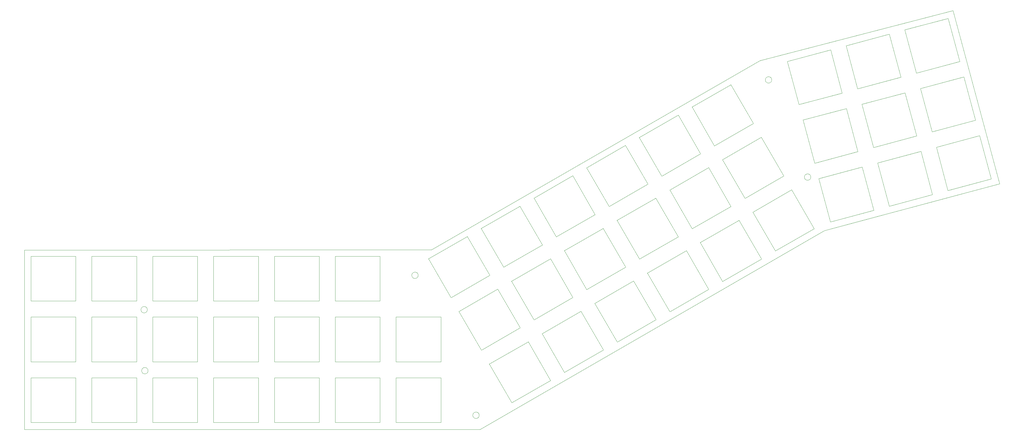
<source format=gbr>
G04 #@! TF.GenerationSoftware,KiCad,Pcbnew,(5.1.5)-3*
G04 #@! TF.CreationDate,2020-05-05T10:03:08+02:00*
G04 #@! TF.ProjectId,fr4,6672342e-6b69-4636-9164-5f7063625858,rev?*
G04 #@! TF.SameCoordinates,Original*
G04 #@! TF.FileFunction,Profile,NP*
%FSLAX46Y46*%
G04 Gerber Fmt 4.6, Leading zero omitted, Abs format (unit mm)*
G04 Created by KiCad (PCBNEW (5.1.5)-3) date 2020-05-05 10:03:08*
%MOMM*%
%LPD*%
G04 APERTURE LIST*
%ADD10C,0.080000*%
G04 APERTURE END LIST*
D10*
X116525181Y-129662384D02*
X116525181Y-143662384D01*
X102525181Y-143662384D02*
X116525181Y-143662384D01*
X102525181Y-129662384D02*
X102525181Y-143662384D01*
X102525181Y-148662384D02*
X116525181Y-148662384D01*
X116525181Y-148662384D02*
X116525181Y-162662384D01*
X97525181Y-148662384D02*
X97525181Y-162662384D01*
X25103094Y-146468264D02*
G75*
G03X25103094Y-146468264I-1000000J0D01*
G01*
X128481094Y-160412864D02*
G75*
G03X128481094Y-160412864I-1000000J0D01*
G01*
X102525181Y-162662384D02*
X116525181Y-162662384D01*
X128735346Y-164833226D02*
X236284533Y-102643105D01*
X232011493Y-85889265D02*
G75*
G03X232011493Y-85889265I-1000000J0D01*
G01*
X102525181Y-148662384D02*
X102525181Y-162662384D01*
X276416533Y-33753225D02*
X216144873Y-49433153D01*
X-13474819Y-108681796D02*
X-13474819Y-164833226D01*
X24874494Y-127392864D02*
G75*
G03X24874494Y-127392864I-1000000J0D01*
G01*
X83525181Y-148662384D02*
X97525181Y-148662384D01*
X83525181Y-162662384D02*
X97525181Y-162662384D01*
X83525181Y-148662384D02*
X83525181Y-162662384D01*
X216144873Y-49433153D02*
X113545384Y-108673065D01*
X219819493Y-55485465D02*
G75*
G03X219819493Y-55485465I-1000000J0D01*
G01*
X113545384Y-108673065D02*
X-13474819Y-108681796D01*
X-13474819Y-164833226D02*
X128735346Y-164833226D01*
X290945333Y-88003053D02*
X276416533Y-33753225D01*
X236284533Y-102643105D02*
X290945333Y-88003053D01*
X109431094Y-116623264D02*
G75*
G03X109431094Y-116623264I-1000000J0D01*
G01*
X247917671Y-63107646D02*
X251541138Y-76630608D01*
X243088042Y-64401741D02*
X246711509Y-77924703D01*
X248005604Y-82754332D02*
X251629071Y-96277294D01*
X-11474819Y-124662384D02*
X2525181Y-124662384D01*
X7525181Y-110662385D02*
X21525181Y-110662385D01*
X-11474819Y-110662385D02*
X-11474819Y-124662384D01*
X252835233Y-81460237D02*
X256458700Y-94983198D01*
X279793224Y-54566618D02*
X283416690Y-68089579D01*
X238106109Y-99900760D02*
X251629071Y-96277294D01*
X269893729Y-71713046D02*
X283416690Y-68089579D01*
X266270262Y-58190084D02*
X269893729Y-71713046D01*
X271187824Y-76542675D02*
X284710786Y-72919208D01*
X284710786Y-72919208D02*
X288334252Y-86442170D01*
X256458700Y-94983198D02*
X269981661Y-91359732D01*
X229565081Y-68025208D02*
X233188547Y-81548170D01*
X234482643Y-86377799D02*
X238106109Y-99900760D01*
X274811291Y-90065637D02*
X288334252Y-86442170D01*
X2525181Y-110662385D02*
X2525181Y-124662384D01*
X271187824Y-76542675D02*
X274811291Y-90065637D01*
X229565081Y-68025208D02*
X243088042Y-64401741D01*
X252835233Y-81460237D02*
X266358195Y-77836770D01*
X251541138Y-76630608D02*
X265064100Y-73007141D01*
X233188547Y-81548170D02*
X246711509Y-77924703D01*
X266358195Y-77836770D02*
X269981661Y-91359732D01*
X-11474819Y-110662385D02*
X2525181Y-110662385D01*
X261440633Y-59484180D02*
X265064100Y-73007141D01*
X234482643Y-86377799D02*
X248005604Y-82754332D01*
X247917671Y-63107646D02*
X261440633Y-59484180D01*
X-11474819Y-162662384D02*
X2525181Y-162662384D01*
X40525181Y-148662384D02*
X40525181Y-162662384D01*
X45525181Y-124662384D02*
X59525181Y-124662384D01*
X21525181Y-129662384D02*
X21525181Y-143662384D01*
X64525181Y-110662385D02*
X78525181Y-110662385D01*
X64525181Y-148662384D02*
X64525181Y-162662384D01*
X7525181Y-148662384D02*
X21525181Y-148662384D01*
X-11474819Y-129662384D02*
X-11474819Y-143662384D01*
X-11474819Y-148662384D02*
X2525181Y-148662384D01*
X7525181Y-148662384D02*
X7525181Y-162662384D01*
X45525181Y-129662384D02*
X45525181Y-143662384D01*
X83525181Y-143662384D02*
X97525181Y-143662384D01*
X45525181Y-143662384D02*
X59525181Y-143662384D01*
X64525181Y-124662384D02*
X78525181Y-124662384D01*
X83525181Y-129662384D02*
X83525181Y-143662384D01*
X78525181Y-148662384D02*
X78525181Y-162662384D01*
X7525181Y-129662384D02*
X7525181Y-143662384D01*
X26525181Y-129662384D02*
X40525181Y-129662384D01*
X40525181Y-129662384D02*
X40525181Y-143662384D01*
X59525181Y-110662385D02*
X59525181Y-124662384D01*
X64525181Y-129662384D02*
X78525181Y-129662384D01*
X83525181Y-110662385D02*
X97525181Y-110662385D01*
X64525181Y-129662384D02*
X64525181Y-143662384D01*
X83525181Y-124662384D02*
X97525181Y-124662384D01*
X59525181Y-129662384D02*
X59525181Y-143662384D01*
X45525181Y-162662384D02*
X59525181Y-162662384D01*
X64525181Y-143662384D02*
X78525181Y-143662384D01*
X21525181Y-110662385D02*
X21525181Y-124662384D01*
X-11474819Y-148662384D02*
X-11474819Y-162662384D01*
X83525181Y-110662385D02*
X83525181Y-124662384D01*
X2525181Y-148662384D02*
X2525181Y-162662384D01*
X-11474819Y-143662384D02*
X2525181Y-143662384D01*
X97525181Y-129662384D02*
X97525181Y-143662384D01*
X26525181Y-129662384D02*
X26525181Y-143662384D01*
X83525181Y-129662384D02*
X97525181Y-129662384D01*
X40525181Y-110662385D02*
X40525181Y-124662384D01*
X7525181Y-129662384D02*
X21525181Y-129662384D01*
X21525181Y-148662384D02*
X21525181Y-162662384D01*
X7525181Y-162662384D02*
X21525181Y-162662384D01*
X64525181Y-162662384D02*
X78525181Y-162662384D01*
X26525181Y-162662384D02*
X40525181Y-162662384D01*
X78525181Y-129662384D02*
X78525181Y-143662384D01*
X45525181Y-148662384D02*
X59525181Y-148662384D01*
X45525181Y-110662385D02*
X45525181Y-124662384D01*
X7525181Y-124662384D02*
X21525181Y-124662384D01*
X45525181Y-148662384D02*
X45525181Y-162662384D01*
X7525181Y-110662385D02*
X7525181Y-124662384D01*
X7525181Y-143662384D02*
X21525181Y-143662384D01*
X64525181Y-148662384D02*
X78525181Y-148662384D01*
X26525181Y-110662385D02*
X40525181Y-110662385D01*
X64525181Y-110662385D02*
X64525181Y-124662384D01*
X45525181Y-110662385D02*
X59525181Y-110662385D01*
X26525181Y-124662384D02*
X40525181Y-124662384D01*
X2525181Y-129662384D02*
X2525181Y-143662384D01*
X-11474819Y-129662384D02*
X2525181Y-129662384D01*
X59525181Y-148662384D02*
X59525181Y-162662384D01*
X78525181Y-110662385D02*
X78525181Y-124662384D01*
X26525181Y-110662385D02*
X26525181Y-124662384D01*
X26525181Y-148662384D02*
X26525181Y-162662384D01*
X26525181Y-143662384D02*
X40525181Y-143662384D01*
X26525181Y-148662384D02*
X40525181Y-148662384D01*
X45525181Y-129662384D02*
X59525181Y-129662384D01*
X97525181Y-110662385D02*
X97525181Y-124662384D01*
X102525181Y-129662384D02*
X116525181Y-129662384D01*
X124763553Y-104467562D02*
X112639197Y-111467562D01*
X134263553Y-120922043D02*
X141263552Y-133046399D01*
X143763552Y-137376526D02*
X150763552Y-149500882D01*
X160218035Y-127876526D02*
X167218035Y-140000882D01*
X160218035Y-127876526D02*
X148093679Y-134876526D01*
X141218035Y-94967562D02*
X129093680Y-101967562D01*
X150718035Y-111422044D02*
X138593679Y-118422043D01*
X138593679Y-118422043D02*
X145593679Y-130546399D01*
X124763553Y-104467562D02*
X131763553Y-116591916D01*
X148093679Y-134876526D02*
X155093679Y-147000882D01*
X122139197Y-127922043D02*
X129139197Y-140046399D01*
X150718035Y-111422044D02*
X157718035Y-123546399D01*
X141263552Y-133046399D02*
X129139197Y-140046399D01*
X131639197Y-144376526D02*
X138639196Y-156500882D01*
X150763552Y-149500882D02*
X138639196Y-156500882D01*
X167218035Y-140000882D02*
X155093679Y-147000882D01*
X131763553Y-116591916D02*
X119639197Y-123591916D01*
X134263553Y-120922043D02*
X122139197Y-127922043D01*
X143763552Y-137376526D02*
X131639197Y-144376526D01*
X157718035Y-123546399D02*
X145593679Y-130546399D01*
X112639197Y-111467562D02*
X119639197Y-123591916D01*
X129093680Y-101967562D02*
X136093680Y-114091916D01*
X148218035Y-107091917D02*
X136093680Y-114091916D01*
X141218035Y-94967562D02*
X148218035Y-107091917D01*
X164672517Y-97591917D02*
X152548162Y-104591917D01*
X174127000Y-75967562D02*
X162002644Y-82967562D01*
X223535965Y-85546400D02*
X211411610Y-92546400D01*
X243000110Y-44755055D02*
X246623576Y-58278017D01*
X207081483Y-95046400D02*
X194957127Y-102046400D01*
X216535965Y-73422044D02*
X223535965Y-85546400D01*
X226035965Y-89876527D02*
X233035965Y-102000883D01*
X183627000Y-92422044D02*
X190627000Y-104546400D01*
X178457127Y-73467562D02*
X185457127Y-85591917D01*
X187957127Y-89922044D02*
X194957127Y-102046400D01*
X224647519Y-49672617D02*
X228270985Y-63195579D01*
X261352700Y-39837494D02*
X274875662Y-36214027D01*
X243000110Y-44755055D02*
X256523071Y-41131589D01*
X274875662Y-36214027D02*
X278499128Y-49736989D01*
X197581483Y-78591917D02*
X185457127Y-85591917D01*
X209581483Y-99376527D02*
X197457127Y-106376527D01*
X194911610Y-63967562D02*
X201911610Y-76091917D01*
X204411610Y-80422044D02*
X211411610Y-92546400D01*
X176672517Y-118376526D02*
X183672517Y-130500882D01*
X256523071Y-41131589D02*
X260146538Y-54654550D01*
X167172517Y-101922044D02*
X155048162Y-108922044D01*
X190581483Y-66467562D02*
X178457127Y-73467562D01*
X209581483Y-99376527D02*
X216581483Y-111500883D01*
X207035965Y-56967562D02*
X194911610Y-63967562D01*
X157672517Y-85467562D02*
X145548162Y-92467562D01*
X213911610Y-96876527D02*
X220911610Y-109000883D01*
X145548162Y-92467562D02*
X152548162Y-104591917D01*
X216535965Y-73422044D02*
X204411610Y-80422044D01*
X197457127Y-106376527D02*
X204457127Y-118500882D01*
X157672517Y-85467562D02*
X164672517Y-97591917D01*
X176672517Y-118376526D02*
X164548162Y-125376526D01*
X171502644Y-99422044D02*
X178502644Y-111546400D01*
X193127000Y-108876527D02*
X181002644Y-115876526D01*
X214035965Y-69091917D02*
X201911610Y-76091917D01*
X233035965Y-102000883D02*
X220911610Y-109000883D01*
X238170480Y-46049151D02*
X241793947Y-59572112D01*
X261352700Y-39837494D02*
X264976167Y-53360455D01*
X200081483Y-82922044D02*
X207081483Y-95046400D01*
X228270985Y-63195579D02*
X241793947Y-59572112D01*
X167172517Y-101922044D02*
X174172517Y-114046399D01*
X162002644Y-82967562D02*
X169002644Y-95091917D01*
X181127000Y-88091917D02*
X169002644Y-95091917D01*
X174127000Y-75967562D02*
X181127000Y-88091917D01*
X183672517Y-130500882D02*
X171548162Y-137500882D01*
X183627000Y-92422044D02*
X171502644Y-99422044D01*
X246623576Y-58278017D02*
X260146538Y-54654550D01*
X155048162Y-108922044D02*
X162048162Y-121046399D01*
X207035965Y-56967562D02*
X214035965Y-69091917D01*
X174172517Y-114046399D02*
X162048162Y-121046399D01*
X200081483Y-82922044D02*
X187957127Y-89922044D01*
X216581483Y-111500883D02*
X204457127Y-118500882D01*
X266270262Y-58190084D02*
X279793224Y-54566618D01*
X164548162Y-125376526D02*
X171548162Y-137500882D01*
X190581483Y-66467562D02*
X197581483Y-78591917D01*
X193127000Y-108876527D02*
X200127000Y-121000882D01*
X226035965Y-89876527D02*
X213911610Y-96876527D01*
X264976167Y-53360455D02*
X278499128Y-49736989D01*
X224647519Y-49672617D02*
X238170480Y-46049151D01*
X200127000Y-121000882D02*
X188002644Y-128000882D01*
X181002644Y-115876526D02*
X188002644Y-128000882D01*
X190627000Y-104546400D02*
X178502644Y-111546400D01*
M02*

</source>
